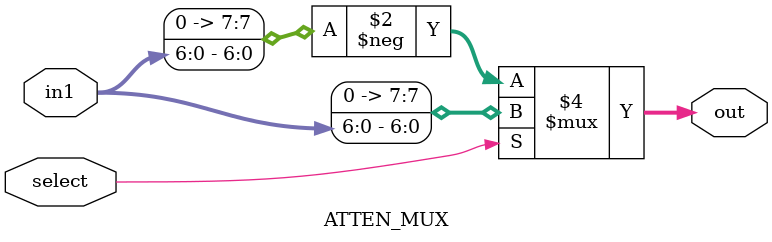
<source format=v>
`timescale 1ns / 1ps


module ATTEN_MUX#(
    parameter bits = 7
) (
    input                       select,
    input          [bits-1:0]   in1,
    output  signed [bits:0]     out
);

assign out = select ? in1 : -in1;

endmodule

</source>
